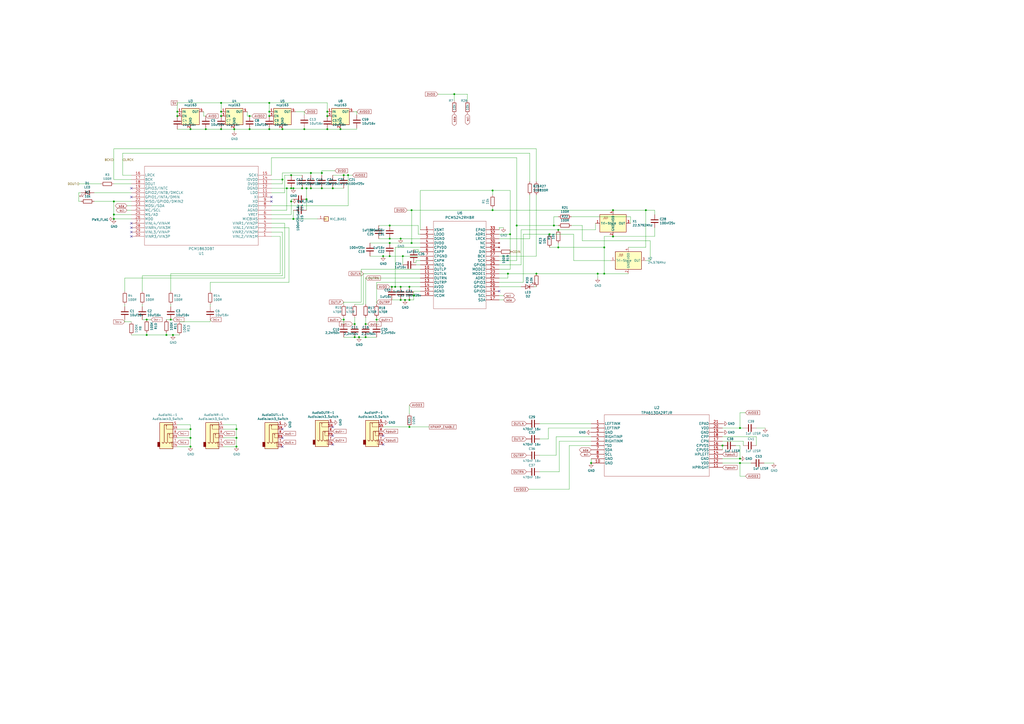
<source format=kicad_sch>
(kicad_sch (version 20211123) (generator eeschema)
  (paper "A2")
  (junction (at 212.09 187.96))
  (junction (at 180.34 109.22))
  (junction (at 285.75 121.92))
  (junction (at 128.27 64.77))
  (junction (at 355.6 137.16))
  (junction (at 429.26 248.285))
  (junction (at 168.91 116.84))
  (junction (at 226.06 130.81))
  (junction (at 177.8 115.57))
  (junction (at 226.06 140.97))
  (junction (at 321.31 130.81))
  (junction (at 166.37 109.22))
  (junction (at 144.78 67.31))
  (junction (at 110.49 74.93))
  (junction (at 199.39 185.42))
  (junction (at 137.16 254))
  (junction (at 186.69 109.22))
  (junction (at 180.34 100.33))
  (junction (at 128.27 74.93))
  (junction (at 156.21 59.69))
  (junction (at 227.33 166.37))
  (junction (at 189.865 74.93))
  (junction (at 119.38 74.93))
  (junction (at 318.77 135.89))
  (junction (at 110.49 254))
  (junction (at 201.93 101.6))
  (junction (at 128.27 59.69))
  (junction (at 175.26 109.22))
  (junction (at 199.39 101.6))
  (junction (at 226.06 138.43))
  (junction (at 323.85 143.51))
  (junction (at 419.1 258.445))
  (junction (at 66.04 116.84))
  (junction (at 85.09 194.31))
  (junction (at 263.525 54.61))
  (junction (at 197.485 74.93))
  (junction (at 229.235 166.37))
  (junction (at 66.04 124.46))
  (junction (at 208.28 195.58))
  (junction (at 226.06 148.59))
  (junction (at 222.25 148.59))
  (junction (at 102.87 64.77))
  (junction (at 311.15 158.75))
  (junction (at 156.21 74.93))
  (junction (at 346.71 158.75))
  (junction (at 205.74 187.96))
  (junction (at 189.865 67.31))
  (junction (at 128.27 67.31))
  (junction (at 110.49 259.08))
  (junction (at 285.75 110.49))
  (junction (at 429.26 268.605))
  (junction (at 168.91 101.6))
  (junction (at 218.44 185.42))
  (junction (at 240.03 171.45))
  (junction (at 96.52 194.31))
  (junction (at 205.74 195.58))
  (junction (at 193.04 109.22))
  (junction (at 100.33 194.31))
  (junction (at 232.41 173.99))
  (junction (at 429.26 266.065))
  (junction (at 144.78 74.93))
  (junction (at 323.85 133.35))
  (junction (at 237.49 173.99))
  (junction (at 294.64 158.75))
  (junction (at 156.21 67.31))
  (junction (at 168.91 109.22))
  (junction (at 189.865 64.77))
  (junction (at 299.72 130.81))
  (junction (at 237.49 247.65))
  (junction (at 170.18 109.22))
  (junction (at 342.9 268.605))
  (junction (at 99.06 185.42))
  (junction (at 350.52 158.75))
  (junction (at 177.8 109.22))
  (junction (at 233.68 148.59))
  (junction (at 66.04 127))
  (junction (at 163.83 74.93))
  (junction (at 137.16 248.92))
  (junction (at 137.16 259.08))
  (junction (at 237.49 166.37))
  (junction (at 238.76 121.92))
  (junction (at 102.87 67.31))
  (junction (at 186.69 100.33))
  (junction (at 176.53 74.93))
  (junction (at 85.09 185.42))
  (junction (at 232.41 166.37))
  (junction (at 355.6 121.92))
  (junction (at 232.41 138.43))
  (junction (at 170.18 127))
  (junction (at 295.91 135.89))
  (junction (at 110.49 248.92))
  (junction (at 234.95 173.99))
  (junction (at 163.83 104.14))
  (junction (at 374.65 121.92))
  (junction (at 135.89 74.93))
  (junction (at 156.21 64.77))
  (junction (at 350.52 143.51))
  (junction (at 212.09 195.58))
  (junction (at 238.76 140.97))
  (no_connect (at 76.2 134.62))
  (no_connect (at 163.83 248.92))
  (no_connect (at 163.83 254))
  (no_connect (at 76.2 129.54))
  (no_connect (at 289.56 168.91))
  (no_connect (at 76.2 137.16))
  (no_connect (at 157.48 114.3))
  (no_connect (at 193.04 247.65))
  (no_connect (at 76.2 109.22))
  (no_connect (at 193.04 252.73))
  (no_connect (at 76.2 114.3))
  (no_connect (at 76.2 132.08))
  (no_connect (at 222.25 252.73))
  (no_connect (at 163.83 259.08))
  (no_connect (at 193.04 257.81))
  (no_connect (at 157.48 116.84))
  (no_connect (at 222.25 257.81))
  (wire (pts (xy 85.09 194.31) (xy 85.09 193.04)))
  (wire (pts (xy 379.73 132.08) (xy 379.73 137.16)))
  (wire (pts (xy 170.18 127) (xy 184.15 127)))
  (wire (pts (xy 212.09 161.29) (xy 243.84 161.29)))
  (wire (pts (xy 285.75 110.49) (xy 295.91 110.49)))
  (wire (pts (xy 45.72 111.76) (xy 45.72 116.84)))
  (wire (pts (xy 377.19 139.7) (xy 337.82 139.7)))
  (wire (pts (xy 227.33 166.37) (xy 229.235 166.37)))
  (wire (pts (xy 238.76 140.97) (xy 243.84 140.97)))
  (wire (pts (xy 271.145 58.42) (xy 271.145 54.61)))
  (wire (pts (xy 307.34 113.03) (xy 307.34 138.43)))
  (wire (pts (xy 229.235 166.37) (xy 232.41 166.37)))
  (wire (pts (xy 219.71 138.43) (xy 226.06 138.43)))
  (wire (pts (xy 205.74 184.15) (xy 205.74 187.96)))
  (wire (pts (xy 212.09 195.58) (xy 218.44 195.58)))
  (wire (pts (xy 45.72 116.84) (xy 46.99 116.84)))
  (wire (pts (xy 232.41 138.43) (xy 243.84 138.43)))
  (wire (pts (xy 285.75 120.65) (xy 285.75 121.92)))
  (wire (pts (xy 102.87 74.93) (xy 110.49 74.93)))
  (wire (pts (xy 324.485 273.685) (xy 324.485 255.905)))
  (wire (pts (xy 168.91 101.6) (xy 175.26 101.6)))
  (wire (pts (xy 170.18 121.92) (xy 170.18 127)))
  (wire (pts (xy 157.48 109.22) (xy 166.37 109.22)))
  (wire (pts (xy 186.69 100.33) (xy 186.69 101.6)))
  (wire (pts (xy 199.39 184.15) (xy 199.39 185.42)))
  (wire (pts (xy 102.87 59.69) (xy 128.27 59.69)))
  (wire (pts (xy 197.485 74.93) (xy 189.865 74.93)))
  (wire (pts (xy 104.14 186.69) (xy 121.92 186.69)))
  (wire (pts (xy 129.54 254) (xy 137.16 254)))
  (wire (pts (xy 66.04 116.84) (xy 66.04 124.46)))
  (wire (pts (xy 199.39 175.26) (xy 199.39 176.53)))
  (wire (pts (xy 299.72 130.81) (xy 321.31 130.81)))
  (wire (pts (xy 165.1 111.76) (xy 165.1 101.6)))
  (wire (pts (xy 438.785 253.365) (xy 438.785 258.445)))
  (wire (pts (xy 85.09 185.42) (xy 87.63 185.42)))
  (wire (pts (xy 143.51 67.31) (xy 144.78 67.31)))
  (wire (pts (xy 241.3 153.67) (xy 243.84 153.67)))
  (wire (pts (xy 419.1 248.285) (xy 429.26 248.285)))
  (wire (pts (xy 99.06 185.42) (xy 100.33 185.42)))
  (wire (pts (xy 128.27 74.93) (xy 135.89 74.93)))
  (wire (pts (xy 71.12 88.9) (xy 307.34 88.9)))
  (wire (pts (xy 241.3 152.4) (xy 241.3 151.13)))
  (wire (pts (xy 229.235 143.51) (xy 229.235 166.37)))
  (wire (pts (xy 199.39 185.42) (xy 199.39 187.96)))
  (wire (pts (xy 419.1 258.445) (xy 419.1 260.985)))
  (wire (pts (xy 289.56 173.99) (xy 292.1 173.99)))
  (wire (pts (xy 419.1 255.905) (xy 431.165 255.905)))
  (wire (pts (xy 157.48 119.38) (xy 201.93 119.38)))
  (wire (pts (xy 102.87 67.31) (xy 102.87 64.77)))
  (wire (pts (xy 163.83 134.62) (xy 157.48 134.62)))
  (wire (pts (xy 237.49 166.37) (xy 232.41 166.37)))
  (wire (pts (xy 76.2 116.84) (xy 66.04 116.84)))
  (wire (pts (xy 102.87 246.38) (xy 110.49 246.38)))
  (wire (pts (xy 240.03 152.4) (xy 241.3 152.4)))
  (wire (pts (xy 241.3 151.13) (xy 243.84 151.13)))
  (wire (pts (xy 289.56 135.89) (xy 295.91 135.89)))
  (wire (pts (xy 332.74 135.89) (xy 332.74 151.13)))
  (wire (pts (xy 207.01 64.77) (xy 207.01 66.675)))
  (wire (pts (xy 242.57 130.81) (xy 242.57 135.89)))
  (wire (pts (xy 318.135 248.285) (xy 342.9 248.285)))
  (wire (pts (xy 167.64 163.83) (xy 167.64 132.08)))
  (wire (pts (xy 99.06 158.75) (xy 162.56 158.75)))
  (wire (pts (xy 299.72 151.13) (xy 299.72 130.81)))
  (wire (pts (xy 72.39 176.53) (xy 72.39 177.8)))
  (wire (pts (xy 234.95 173.99) (xy 232.41 173.99)))
  (wire (pts (xy 100.33 194.31) (xy 96.52 194.31)))
  (wire (pts (xy 82.55 176.53) (xy 82.55 177.8)))
  (wire (pts (xy 157.48 111.76) (xy 165.1 111.76)))
  (wire (pts (xy 210.82 158.75) (xy 210.82 176.53)))
  (wire (pts (xy 180.34 100.33) (xy 186.69 100.33)))
  (wire (pts (xy 429.26 248.285) (xy 431.165 248.285)))
  (wire (pts (xy 302.26 166.37) (xy 289.56 166.37)))
  (wire (pts (xy 128.27 67.31) (xy 128.27 64.77)))
  (wire (pts (xy 229.235 143.51) (xy 243.84 143.51)))
  (wire (pts (xy 324.485 255.905) (xy 342.9 255.905)))
  (wire (pts (xy 243.84 133.35) (xy 243.84 110.49)))
  (wire (pts (xy 208.28 195.58) (xy 212.09 195.58)))
  (wire (pts (xy 82.55 185.42) (xy 85.09 185.42)))
  (wire (pts (xy 299.72 91.44) (xy 299.72 130.81)))
  (wire (pts (xy 321.31 125.73) (xy 323.85 125.73)))
  (wire (pts (xy 135.89 74.93) (xy 144.78 74.93)))
  (wire (pts (xy 222.25 148.59) (xy 226.06 148.59)))
  (wire (pts (xy 180.34 109.22) (xy 177.8 109.22)))
  (wire (pts (xy 110.49 74.93) (xy 119.38 74.93)))
  (wire (pts (xy 243.84 166.37) (xy 237.49 166.37)))
  (wire (pts (xy 313.055 254.635) (xy 318.135 254.635)))
  (wire (pts (xy 210.82 176.53) (xy 205.74 176.53)))
  (wire (pts (xy 66.04 127) (xy 66.04 124.46)))
  (wire (pts (xy 143.51 64.77) (xy 143.51 67.31)))
  (wire (pts (xy 193.04 101.6) (xy 199.39 101.6)))
  (wire (pts (xy 254 54.61) (xy 263.525 54.61)))
  (wire (pts (xy 342.9 266.065) (xy 342.9 268.605)))
  (wire (pts (xy 157.48 121.92) (xy 166.37 121.92)))
  (wire (pts (xy 177.8 115.57) (xy 177.8 109.22)))
  (wire (pts (xy 137.16 259.08) (xy 129.54 259.08)))
  (wire (pts (xy 355.6 137.16) (xy 350.52 137.16)))
  (wire (pts (xy 137.16 246.38) (xy 137.16 248.92)))
  (wire (pts (xy 157.48 127) (xy 170.18 127)))
  (wire (pts (xy 285.75 113.03) (xy 285.75 110.49)))
  (wire (pts (xy 237.49 247.65) (xy 248.92 247.65)))
  (wire (pts (xy 350.52 143.51) (xy 350.52 158.75)))
  (wire (pts (xy 162.56 137.16) (xy 157.48 137.16)))
  (wire (pts (xy 96.52 194.31) (xy 96.52 193.04)))
  (wire (pts (xy 318.135 254.635) (xy 318.135 248.285)))
  (wire (pts (xy 54.61 111.76) (xy 76.2 111.76)))
  (wire (pts (xy 419.1 266.065) (xy 429.26 266.065)))
  (wire (pts (xy 218.44 184.15) (xy 218.44 185.42)))
  (wire (pts (xy 345.44 133.35) (xy 345.44 129.54)))
  (wire (pts (xy 302.26 153.67) (xy 302.26 133.35)))
  (wire (pts (xy 289.56 148.59) (xy 311.15 148.59)))
  (wire (pts (xy 165.1 101.6) (xy 168.91 101.6)))
  (wire (pts (xy 73.66 119.38) (xy 76.2 119.38)))
  (wire (pts (xy 121.92 186.69) (xy 121.92 185.42)))
  (wire (pts (xy 289.56 161.29) (xy 294.64 161.29)))
  (wire (pts (xy 243.84 168.91) (xy 240.03 168.91)))
  (wire (pts (xy 129.54 248.92) (xy 137.16 248.92)))
  (wire (pts (xy 168.91 109.22) (xy 170.18 109.22)))
  (wire (pts (xy 214.63 148.59) (xy 222.25 148.59)))
  (wire (pts (xy 330.2 258.445) (xy 342.9 258.445)))
  (wire (pts (xy 313.055 273.685) (xy 324.485 273.685)))
  (wire (pts (xy 323.85 140.97) (xy 323.85 143.51)))
  (wire (pts (xy 346.71 158.75) (xy 346.71 161.29)))
  (wire (pts (xy 322.58 264.16) (xy 322.58 253.365)))
  (wire (pts (xy 128.27 64.77) (xy 128.27 59.69)))
  (wire (pts (xy 313.055 264.16) (xy 322.58 264.16)))
  (wire (pts (xy 311.15 105.41) (xy 311.15 86.36)))
  (wire (pts (xy 337.82 130.81) (xy 331.47 130.81)))
  (wire (pts (xy 99.06 168.91) (xy 99.06 158.75)))
  (wire (pts (xy 323.85 133.35) (xy 345.44 133.35)))
  (wire (pts (xy 168.91 124.46) (xy 157.48 124.46)))
  (wire (pts (xy 331.47 125.73) (xy 365.76 125.73)))
  (wire (pts (xy 193.04 109.22) (xy 199.39 109.22)))
  (wire (pts (xy 71.12 101.6) (xy 71.12 88.9)))
  (wire (pts (xy 303.53 135.89) (xy 303.53 163.83)))
  (wire (pts (xy 110.49 248.92) (xy 110.49 254)))
  (wire (pts (xy 377.19 151.13) (xy 377.19 139.7)))
  (wire (pts (xy 374.65 143.51) (xy 364.49 143.51)))
  (wire (pts (xy 350.52 137.16) (xy 350.52 143.51)))
  (wire (pts (xy 104.14 194.31) (xy 100.33 194.31)))
  (wire (pts (xy 205.105 64.77) (xy 207.01 64.77)))
  (wire (pts (xy 207.01 74.93) (xy 197.485 74.93)))
  (wire (pts (xy 419.1 253.365) (xy 438.785 253.365)))
  (wire (pts (xy 337.82 139.7) (xy 337.82 130.81)))
  (wire (pts (xy 102.87 254) (xy 110.49 254)))
  (wire (pts (xy 212.09 184.15) (xy 212.09 187.96)))
  (wire (pts (xy 186.69 99.06) (xy 186.69 100.33)))
  (wire (pts (xy 226.06 148.59) (xy 233.68 148.59)))
  (wire (pts (xy 238.76 121.92) (xy 285.75 121.92)))
  (wire (pts (xy 76.2 106.68) (xy 66.04 106.68)))
  (wire (pts (xy 66.04 104.14) (xy 76.2 104.14)))
  (wire (pts (xy 156.21 59.69) (xy 189.865 59.69)))
  (wire (pts (xy 180.34 101.6) (xy 180.34 100.33)))
  (wire (pts (xy 157.48 104.14) (xy 163.83 104.14)))
  (wire (pts (xy 438.785 248.285) (xy 443.865 248.285)))
  (wire (pts (xy 289.56 158.75) (xy 294.64 158.75)))
  (wire (pts (xy 99.06 176.53) (xy 99.06 177.8)))
  (wire (pts (xy 419.1 268.605) (xy 429.26 268.605)))
  (wire (pts (xy 431.165 255.905) (xy 431.165 258.445)))
  (wire (pts (xy 73.66 121.92) (xy 76.2 121.92)))
  (wire (pts (xy 379.73 124.46) (xy 379.73 121.92)))
  (wire (pts (xy 144.78 67.31) (xy 146.05 67.31)))
  (wire (pts (xy 102.87 248.92) (xy 110.49 248.92)))
  (wire (pts (xy 137.16 248.92) (xy 137.16 254)))
  (wire (pts (xy 214.63 140.97) (xy 226.06 140.97)))
  (wire (pts (xy 432.435 239.395) (xy 429.26 239.395)))
  (wire (pts (xy 364.49 158.75) (xy 350.52 158.75)))
  (wire (pts (xy 110.49 259.08) (xy 102.87 259.08)))
  (wire (pts (xy 129.54 246.38) (xy 137.16 246.38)))
  (wire (pts (xy 176.53 64.77) (xy 176.53 66.675)))
  (wire (pts (xy 226.06 140.97) (xy 238.76 140.97)))
  (wire (pts (xy 306.705 283.845) (xy 330.2 283.845)))
  (wire (pts (xy 307.34 138.43) (xy 289.56 138.43)))
  (wire (pts (xy 307.34 88.9) (xy 307.34 105.41)))
  (wire (pts (xy 76.2 124.46) (xy 66.04 124.46)))
  (wire (pts (xy 66.04 86.36) (xy 66.04 104.14)))
  (wire (pts (xy 121.92 163.83) (xy 167.64 163.83)))
  (wire (pts (xy 128.27 59.69) (xy 156.21 59.69)))
  (wire (pts (xy 289.56 153.67) (xy 302.26 153.67)))
  (wire (pts (xy 303.53 135.89) (xy 318.77 135.89)))
  (wire (pts (xy 189.865 59.69) (xy 189.865 64.77)))
  (wire (pts (xy 156.21 59.69) (xy 156.21 64.77)))
  (wire (pts (xy 119.38 74.93) (xy 128.27 74.93)))
  (wire (pts (xy 82.55 160.02) (xy 163.83 160.02)))
  (wire (pts (xy 379.73 121.92) (xy 374.65 121.92)))
  (wire (pts (xy 118.11 67.31) (xy 119.38 67.31)))
  (wire (pts (xy 237.49 240.03) (xy 237.49 234.95)))
  (wire (pts (xy 76.2 194.31) (xy 85.09 194.31)))
  (wire (pts (xy 180.34 109.22) (xy 186.69 109.22)))
  (wire (pts (xy 137.16 254) (xy 137.16 259.08)))
  (wire (pts (xy 175.26 109.22) (xy 170.18 109.22)))
  (wire (pts (xy 209.55 156.21) (xy 209.55 175.26)))
  (wire (pts (xy 189.865 64.77) (xy 189.865 67.31)))
  (wire (pts (xy 313.055 245.745) (xy 342.9 245.745)))
  (wire (pts (xy 110.49 246.38) (xy 110.49 248.92)))
  (wire (pts (xy 166.37 109.22) (xy 168.91 109.22)))
  (wire (pts (xy 135.89 76.2) (xy 135.89 74.93)))
  (wire (pts (xy 201.93 101.6) (xy 199.39 101.6)))
  (wire (pts (xy 144.78 74.93) (xy 156.21 74.93)))
  (wire (pts (xy 295.91 135.89) (xy 295.91 156.21)))
  (wire (pts (xy 163.83 104.14) (xy 163.83 106.68)))
  (wire (pts (xy 85.09 194.31) (xy 96.52 194.31)))
  (wire (pts (xy 157.48 101.6) (xy 157.48 91.44)))
  (wire (pts (xy 323.85 143.51) (xy 350.52 143.51)))
  (wire (pts (xy 121.92 176.53) (xy 121.92 177.8)))
  (wire (pts (xy 289.56 171.45) (xy 292.1 171.45)))
  (wire (pts (xy 289.56 132.08) (xy 292.1 132.08)))
  (wire (pts (xy 302.26 133.35) (xy 323.85 133.35)))
  (wire (pts (xy 242.57 146.05) (xy 243.84 146.05)))
  (wire (pts (xy 76.2 101.6) (xy 71.12 101.6)))
  (wire (pts (xy 222.25 247.65) (xy 237.49 247.65)))
  (wire (pts (xy 198.12 185.42) (xy 199.39 185.42)))
  (wire (pts (xy 243.84 163.83) (xy 218.44 163.83)))
  (wire (pts (xy 177.8 121.92) (xy 177.8 115.57)))
  (wire (pts (xy 156.21 64.77) (xy 156.21 67.31)))
  (wire (pts (xy 194.31 99.06) (xy 186.69 99.06)))
  (wire (pts (xy 289.56 156.21) (xy 295.91 156.21)))
  (wire (pts (xy 379.73 137.16) (xy 355.6 137.16)))
  (wire (pts (xy 318.77 143.51) (xy 323.85 143.51)))
  (wire (pts (xy 226.06 166.37) (xy 227.33 166.37)))
  (wire (pts (xy 212.09 176.53) (xy 212.09 161.29)))
  (wire (pts (xy 76.2 127) (xy 66.04 127)))
  (wire (pts (xy 177.8 109.22) (xy 175.26 109.22)))
  (wire (pts (xy 162.56 158.75) (xy 162.56 137.16)))
  (wire (pts (xy 240.03 173.99) (xy 237.49 173.99)))
  (wire (pts (xy 237.49 173.99) (xy 234.95 173.99)))
  (wire (pts (xy 168.91 115.57) (xy 168.91 116.84)))
  (wire (pts (xy 432.435 276.225) (xy 429.26 276.225)))
  (wire (pts (xy 346.71 158.75) (xy 350.52 158.75)))
  (wire (pts (xy 243.84 158.75) (xy 210.82 158.75)))
  (wire (pts (xy 72.39 186.69) (xy 76.2 186.69)))
  (wire (pts (xy 189.865 74.93) (xy 176.53 74.93)))
  (wire (pts (xy 318.77 135.89) (xy 332.74 135.89)))
  (wire (pts (xy 199.39 195.58) (xy 205.74 195.58)))
  (wire (pts (xy 186.69 109.22) (xy 193.04 109.22)))
  (wire (pts (xy 156.21 74.93) (xy 163.83 74.93)))
  (wire (pts (xy 330.2 258.445) (xy 330.2 283.845)))
  (wire (pts (xy 204.47 187.96) (xy 205.74 187.96)))
  (wire (pts (xy 163.83 106.68) (xy 157.48 106.68)))
  (wire (pts (xy 167.64 132.08) (xy 157.48 132.08)))
  (wire (pts (xy 166.37 121.92) (xy 166.37 109.22)))
  (wire (pts (xy 165.1 129.54) (xy 165.1 161.29)))
  (wire (pts (xy 236.22 121.92) (xy 238.76 121.92)))
  (wire (pts (xy 163.83 160.02) (xy 163.83 134.62)))
  (wire (pts (xy 243.84 156.21) (xy 209.55 156.21)))
  (wire (pts (xy 66.04 86.36) (xy 311.15 86.36)))
  (wire (pts (xy 58.42 106.68) (xy 45.72 106.68)))
  (wire (pts (xy 263.525 54.61) (xy 263.525 58.42)))
  (wire (pts (xy 213.36 187.96) (xy 212.09 187.96)))
  (wire (pts (xy 322.58 253.365) (xy 342.9 253.365)))
  (wire (pts (xy 170.18 115.57) (xy 168.91 115.57)))
  (wire (pts (xy 157.48 91.44) (xy 299.72 91.44)))
  (wire (pts (xy 240.03 171.45) (xy 240.03 173.99)))
  (wire (pts (xy 110.49 254) (xy 110.49 259.08)))
  (wire (pts (xy 289.56 151.13) (xy 299.72 151.13)))
  (wire (pts (xy 429.26 268.605) (xy 435.61 268.605)))
  (wire (pts (xy 323.85 130.81) (xy 321.31 130.81)))
  (wire (pts (xy 226.06 130.81) (xy 242.57 130.81)))
  (wire (pts (xy 295.91 110.49) (xy 295.91 135.89)))
  (wire (pts (xy 219.71 185.42) (xy 218.44 185.42)))
  (wire (pts (xy 72.39 161.29) (xy 72.39 168.91)))
  (wire (pts (xy 233.68 153.67) (xy 233.68 148.59)))
  (wire (pts (xy 180.34 100.33) (xy 163.83 100.33)))
  (wire (pts (xy 374.65 151.13) (xy 377.19 151.13)))
  (wire (pts (xy 271.145 54.61) (xy 263.525 54.61)))
  (wire (pts (xy 285.75 121.92) (xy 355.6 121.92)))
  (wire (pts (xy 163.83 100.33) (xy 163.83 104.14)))
  (wire (pts (xy 429.26 239.395) (xy 429.26 248.285)))
  (wire (pts (xy 121.92 168.91) (xy 121.92 163.83)))
  (wire (pts (xy 207.01 74.295) (xy 207.01 74.93)))
  (wire (pts (xy 218.44 163.83) (xy 218.44 176.53)))
  (wire (pts (xy 311.15 158.75) (xy 346.71 158.75)))
  (wire (pts (xy 289.56 133.35) (xy 289.56 132.08)))
  (wire (pts (xy 243.84 110.49) (xy 285.75 110.49)))
  (wire (pts (xy 205.74 195.58) (xy 208.28 195.58)))
  (wire (pts (xy 233.68 148.59) (xy 243.84 148.59)))
  (wire (pts (xy 227.33 173.99) (xy 232.41 173.99)))
  (wire (pts (xy 374.65 121.92) (xy 374.65 143.51)))
  (wire (pts (xy 96.52 185.42) (xy 99.06 185.42)))
  (wire (pts (xy 311.15 113.03) (xy 311.15 148.59)))
  (wire (pts (xy 243.84 135.89) (xy 242.57 135.89)))
  (wire (pts (xy 289.56 163.83) (xy 303.53 163.83)))
  (wire (pts (xy 163.83 74.93) (xy 176.53 74.93)))
  (wire (pts (xy 157.48 129.54) (xy 165.1 129.54)))
  (wire (pts (xy 102.87 64.77) (xy 102.87 59.69)))
  (wire (pts (xy 72.39 185.42) (xy 72.39 186.69)))
  (wire (pts (xy 204.47 101.6) (xy 201.93 101.6)))
  (wire (pts (xy 118.11 64.77) (xy 118.11 67.31)))
  (wire (pts (xy 201.93 101.6) (xy 201.93 119.38)))
  (wire (pts (xy 168.91 116.84) (xy 168.91 124.46)))
  (wire (pts (xy 226.06 138.43) (xy 232.41 138.43)))
  (wire (pts (xy 82.55 168.91) (xy 82.55 160.02)))
  (wire (pts (xy 429.26 276.225) (xy 429.26 268.605)))
  (wire (pts (xy 238.76 121.92) (xy 238.76 140.97)))
  (wire (pts (xy 165.1 161.29) (xy 72.39 161.29)))
  (wire (pts (xy 294.64 161.29) (xy 294.64 158.75)))
  (wire (pts (xy 240.03 144.78) (xy 242.57 144.78)))
  (wire (pts (xy 426.72 258.445) (xy 429.26 258.445)))
  (wire (pts (xy 332.74 151.13) (xy 354.33 151.13)))
  (wire (pts (xy 218.44 185.42) (xy 218.44 187.96)))
  (wire (pts (xy 311.15 166.37) (xy 309.88 166.37)))
  (wire (pts (xy 321.31 130.81) (xy 321.31 125.73)))
  (wire (pts (xy 355.6 121.92) (xy 374.65 121.92)))
  (wire (pts (xy 171.45 64.77) (xy 176.53 64.77)))
  (wire (pts (xy 209.55 175.26) (xy 199.39 175.26)))
  (wire (pts (xy 429.26 258.445) (xy 429.26 266.065)))
  (wire (pts (xy 219.71 130.81) (xy 226.06 130.81)))
  (wire (pts (xy 294.64 158.75) (xy 311.15 158.75)))
  (wire (pts (xy 54.61 116.84) (xy 66.04 116.84)))
  (wire (pts (xy 46.99 111.76) (xy 45.72 111.76)))
  (wire (pts (xy 243.84 171.45) (xy 240.03 171.45)))
  (wire (pts (xy 176.53 74.295) (xy 176.53 74.93)))
  (wire (pts (xy 443.23 268.605) (xy 448.945 268.605)))
  (wire (pts (xy 240.03 168.91) (xy 240.03 171.45)))
  (wire (pts (xy 242.57 144.78) (xy 242.57 146.05)))
  (wire (pts (xy 365.76 125.73) (xy 365.76 129.54)))
  (global_label "outl+" (shape input) (at 163.83 256.54 0) (property "Referencias entre hojas" "${INTERSHEET_REFS}" (effects hide)))
  (global_label "outl-" (shape input) (at 204.47 187.96 180) (property "Referencias entre hojas" "${INTERSHEET_REFS}" (effects hide)))
  (global_label "outr-" (shape input) (at 193.04 250.19 0) (property "Referencias entre hojas" "${INTERSHEET_REFS}" (effects hide)))
  (global_label "inl-" (shape input) (at 100.33 185.42 0) (property "Referencias entre hojas" "${INTERSHEET_REFS}" (effects hide)))
  (global_label "outl-" (shape input) (at 163.83 251.46 0) (property "Referencias entre hojas" "${INTERSHEET_REFS}" (effects hide)))
  (global_label "OUTRN" (shape input) (at 305.435 273.685 180) (property "Referencias entre hojas" "${INTERSHEET_REFS}" (effects hide)))
  (global_label "AVDD" (shape input) (at 226.06 166.37 180) (property "Referencias entre hojas" "${INTERSHEET_REFS}" (effects hide)))
  (global_label "sda" (shape bidirectional) (at 342.9 260.985 180) (property "Referencias entre hojas" "${INTERSHEET_REFS}" (effects hide)))
  (global_label "AVDD2" (shape input) (at 204.47 101.6 0) (property "Referencias entre hojas" "${INTERSHEET_REFS}" (effects hide)))
  (global_label "DVDD" (shape input) (at 254 54.61 180) (property "Referencias entre hojas" "${INTERSHEET_REFS}" (effects hide)))
  (global_label "OUTLN" (shape input) (at 305.435 245.745 180) (property "Referencias entre hojas" "${INTERSHEET_REFS}" (effects hide)))
  (global_label "scl" (shape bidirectional) (at 292.1 171.45 0) (property "Referencias entre hojas" "${INTERSHEET_REFS}" (effects hide)))
  (global_label "OUTLP" (shape input) (at 305.435 254.635 180) (property "Referencias entre hojas" "${INTERSHEET_REFS}" (effects hide)))
  (global_label "OUTLP" (shape input) (at 199.39 175.26 180) (property "Referencias entre hojas" "${INTERSHEET_REFS}" (effects hide)))
  (global_label "AVDD3" (shape input) (at 432.435 276.225 0) (property "Referencias entre hojas" "${INTERSHEET_REFS}" (effects hide)))
  (global_label "hpoutl" (shape input) (at 222.25 255.27 0) (property "Referencias entre hojas" "${INTERSHEET_REFS}" (effects hide)))
  (global_label "AVDD3" (shape input) (at 237.49 234.95 0) (property "Referencias entre hojas" "${INTERSHEET_REFS}" (effects hide)))
  (global_label "AVDD3" (shape input) (at 207.01 64.77 0) (property "Referencias entre hojas" "${INTERSHEET_REFS}" (effects hide)))
  (global_label "5V" (shape passive) (at 102.87 59.69 180) (property "Referencias entre hojas" "${INTERSHEET_REFS}" (effects hide)))
  (global_label "hpoutl" (shape input) (at 419.1 263.525 0) (property "Referencias entre hojas" "${INTERSHEET_REFS}" (effects hide)))
  (global_label "outr+" (shape input) (at 219.71 185.42 0) (property "Referencias entre hojas" "${INTERSHEET_REFS}" (effects hide)))
  (global_label "hpoutr" (shape input) (at 419.1 271.145 0) (property "Referencias entre hojas" "${INTERSHEET_REFS}" (effects hide)))
  (global_label "scl" (shape bidirectional) (at 271.145 66.04 270) (property "Referencias entre hojas" "${INTERSHEET_REFS}" (effects hide)))
  (global_label "sda" (shape bidirectional) (at 263.525 66.04 270) (property "Referencias entre hojas" "${INTERSHEET_REFS}" (effects hide)))
  (global_label "AVDD3" (shape input) (at 432.435 239.395 0) (property "Referencias entre hojas" "${INTERSHEET_REFS}" (effects hide)))
  (global_label "outr-" (shape input) (at 213.36 187.96 0) (property "Referencias entre hojas" "${INTERSHEET_REFS}" (effects hide)))
  (global_label "inl+" (shape input) (at 121.92 185.42 0) (property "Referencias entre hojas" "${INTERSHEET_REFS}" (effects hide)))
  (global_label "inr+" (shape input) (at 72.39 186.69 180) (property "Referencias entre hojas" "${INTERSHEET_REFS}" (effects hide)))
  (global_label "AVDD2" (shape input) (at 146.05 67.31 0) (property "Referencias entre hojas" "${INTERSHEET_REFS}" (effects hide)))
  (global_label "inr-" (shape input) (at 87.63 185.42 0) (property "Referencias entre hojas" "${INTERSHEET_REFS}" (effects hide)))
  (global_label "inr-" (shape input) (at 129.54 251.46 0) (property "Referencias entre hojas" "${INTERSHEET_REFS}" (effects hide)))
  (global_label "OUTRP" (shape input) (at 305.435 264.16 180) (property "Referencias entre hojas" "${INTERSHEET_REFS}" (effects hide)))
  (global_label "hpoutr" (shape input) (at 222.25 250.19 0) (property "Referencias entre hojas" "${INTERSHEET_REFS}" (effects hide)))
  (global_label "DVDD" (shape input) (at 236.22 121.92 180) (property "Referencias entre hojas" "${INTERSHEET_REFS}" (effects hide)))
  (global_label "sda" (shape bidirectional) (at 73.66 119.38 180) (property "Referencias entre hojas" "${INTERSHEET_REFS}" (effects hide)))
  (global_label "inl-" (shape input) (at 102.87 251.46 0) (property "Referencias entre hojas" "${INTERSHEET_REFS}" (effects hide)))
  (global_label "inr+" (shape input) (at 129.54 256.54 0) (property "Referencias entre hojas" "${INTERSHEET_REFS}" (effects hide)))
  (global_label "OUTRP" (shape input) (at 218.44 175.26 0) (property "Referencias entre hojas" "${INTERSHEET_REFS}" (effects hide)))
  (global_label "AVDD" (shape input) (at 119.38 67.31 0) (property "Referencias entre hojas" "${INTERSHEET_REFS}" (effects hide)))
  (global_label "DVDD" (shape input) (at 194.31 99.06 0) (property "Referencias entre hojas" "${INTERSHEET_REFS}" (effects hide)))
  (global_label "sda" (shape bidirectional) (at 292.1 173.99 0) (property "Referencias entre hojas" "${INTERSHEET_REFS}" (effects hide)))
  (global_label "HPAMP_ENABLE" (shape passive) (at 248.92 247.65 0) (property "Referencias entre hojas" "${INTERSHEET_REFS}" (effects hide)))
  (global_label "scl" (shape bidirectional) (at 342.9 263.525 180) (property "Referencias entre hojas" "${INTERSHEET_REFS}" (effects hide)))
  (global_label "inl+" (shape input) (at 102.87 256.54 0) (property "Referencias entre hojas" "${INTERSHEET_REFS}" (effects hide)))
  (global_label "outr+" (shape input) (at 193.04 255.27 0) (property "Referencias entre hojas" "${INTERSHEET_REFS}" (effects hide)))
  (global_label "scl" (shape bidirectional) (at 73.66 121.92 180) (property "Referencias entre hojas" "${INTERSHEET_REFS}" (effects hide)))
  (global_label "OUTLN" (shape input) (at 210.82 158.75 180) (property "Referencias entre hojas" "${INTERSHEET_REFS}" (effects hide)))
  (global_label "AVDD3" (shape input) (at 306.705 283.845 180) (property "Referencias entre hojas" "${INTERSHEET_REFS}" (effects hide)))
  (global_label "outl+" (shape input) (at 198.12 185.42 180) (property "Referencias entre hojas" "${INTERSHEET_REFS}" (effects hide)))
  (global_label "OUTRN" (shape input) (at 212.09 161.29 0) (property "Referencias entre hojas" "${INTERSHEET_REFS}" (effects hide)))
  (global_label "DVDD" (shape input) (at 176.53 64.77 0) (property "Referencias entre hojas" "${INTERSHEET_REFS}" (effects hide)))
  (hierarchical_label "DIN" (shape input) (at 297.18 146.05 0))
  (hierarchical_label "DOUT" (shape output) (at 45.72 106.68 180))
  (hierarchical_label "BCK" (shape input) (at 66.04 92.71 180))
  (hierarchical_label "LRCK" (shape input) (at 71.12 92.71 0))
  (symbol (lib_id "pcm1863:PCM1863DBT") (at 157.48 137.16 180) (unit 1)
    (property "Reference" "U1" (at 116.84 146.9898 0) (effects (font (size 1.524 1.524))))
    (property "Value" "PCM1863DBT" (at 116.84 144.2974 0) (effects (font (size 1.524 1.524))))
    (property "Footprint" "Z2:PCM1863DBT" (effects hide))
  )
  (symbol (lib_id "power:GND") (at 170.18 109.22 0) (unit 1)
    (property "Reference" "#PWR0101" (effects hide))
    (property "Value" "GND" (at 170.307 113.6142 0))
  )
  (symbol (lib_id "power:GND") (at 346.71 161.29 0) (unit 1)
    (property "Reference" "#PWR0103" (effects hide))
    (property "Value" "GND" (at 346.837 165.6842 0))
  )
  (symbol (lib_id "Device:R") (at 285.75 116.84 0) (unit 1)
    (property "Reference" "R1" (at 280.4922 116.84 90))
    (property "Value" "10k" (at 282.8036 116.84 90))
    (property "Footprint" "Resistor_SMD:R_0402_1005Metric" (effects hide))
  )
  (symbol (lib_id "Z2_rbpi4-rescue:ASCO-Oscillator") (at 364.49 151.13 0) (unit 1)
    (property "Reference" "X2" (at 375.7676 149.9616 0) (effects (justify left)))
    (property "Value" "24.576Mhz" (at 375.7676 152.273 0) (effects (justify left)))
    (property "Footprint" "Oscillator:Oscillator_SMD_Abracon_ASDMB-4Pin_2.5x2.0mm" (effects hide))
    (property "Datasheet" "https://abracon.com/Oscillators/ASCO.pdf" (effects hide))
  )
  (symbol (lib_id "Z2_rbpi4-rescue:ASCO-Oscillator") (at 355.6 129.54 0) (unit 1)
    (property "Reference" "X1" (at 366.8776 128.3716 0) (effects (justify left)))
    (property "Value" "22.5792Mhz" (at 366.8776 130.683 0) (effects (justify left)))
    (property "Footprint" "Oscillator:Oscillator_SMD_Abracon_ASDMB-4Pin_2.5x2.0mm" (effects hide))
    (property "Datasheet" "https://abracon.com/Oscillators/ASCO.pdf" (effects hide))
  )
  (symbol (lib_id "Device:R") (at 307.34 109.22 0) (unit 1)
    (property "Reference" "R25" (at 309.118 108.0516 0) (effects (justify left)))
    (property "Value" "100R" (at 309.118 110.363 0) (effects (justify left)))
    (property "Footprint" "Resistor_SMD:R_0603_1608Metric" (effects hide))
  )
  (symbol (lib_id "Device:R") (at 311.15 109.22 0) (unit 1)
    (property "Reference" "R27" (at 312.928 108.0516 0) (effects (justify left)))
    (property "Value" "100R" (at 312.928 110.363 0) (effects (justify left)))
    (property "Footprint" "Resistor_SMD:R_0603_1608Metric" (effects hide))
  )
  (symbol (lib_id "Device:LED") (at 50.8 111.76 0) (unit 1)
    (property "Reference" "D1" (at 50.6222 106.2736 0))
    (property "Value" "LED" (at 50.6222 108.585 0))
    (property "Footprint" "Z2:led_0806" (effects hide))
  )
  (symbol (lib_id "Device:R") (at 50.8 116.84 270) (unit 1)
    (property "Reference" "R2" (at 50.8 111.5822 90))
    (property "Value" "10k" (at 50.8 113.8936 90))
    (property "Footprint" "Resistor_SMD:R_0402_1005Metric" (effects hide))
  )
  (symbol (lib_id "Device:C") (at 72.39 181.61 0) (unit 1)
    (property "Reference" "C1" (at 75.311 180.4416 0) (effects (justify left)))
    (property "Value" "10uf16v" (at 75.311 182.753 0) (effects (justify left)))
    (property "Footprint" "Capacitor_SMD:C_0805_2012Metric" (effects hide))
  )
  (symbol (lib_id "PCM5242:PCM5242RHBR") (at 243.84 133.35 0) (unit 1)
    (property "Reference" "U6" (at 266.7 123.5202 0) (effects (font (size 1.524 1.524))))
    (property "Value" "PCM5242RHBR" (at 266.7 126.2126 0) (effects (font (size 1.524 1.524))))
    (property "Footprint" "Z2:PCM5242RHBR" (effects hide))
  )
  (symbol (lib_id "Device:R") (at 85.09 189.23 180) (unit 1)
    (property "Reference" "R10" (at 90.3478 189.23 90))
    (property "Value" "100K" (at 88.0364 189.23 90))
    (property "Footprint" "Resistor_SMD:R_0402_1005Metric" (effects hide))
  )
  (symbol (lib_id "Device:R") (at 327.66 125.73 270) (unit 1)
    (property "Reference" "R21" (at 327.66 120.4722 90))
    (property "Value" "100R" (at 327.66 122.7836 90))
    (property "Footprint" "Resistor_SMD:R_0603_1608Metric" (effects hide))
  )
  (symbol (lib_id "Device:R") (at 327.66 130.81 270) (unit 1)
    (property "Reference" "R22" (at 327.66 125.5522 90))
    (property "Value" "100R" (at 327.66 127.8636 90))
    (property "Footprint" "Resistor_SMD:R_0603_1608Metric" (effects hide))
  )
  (symbol (lib_id "Device:R") (at 96.52 189.23 180) (unit 1)
    (property "Reference" "R11" (at 101.7778 189.23 90))
    (property "Value" "100K" (at 99.4664 189.23 90))
    (property "Footprint" "Resistor_SMD:R_0402_1005Metric" (effects hide))
  )
  (symbol (lib_id "Device:R") (at 76.2 190.5 180) (unit 1)
    (property "Reference" "R8" (at 81.4578 190.5 90))
    (property "Value" "100K" (at 79.1464 190.5 90))
    (property "Footprint" "Resistor_SMD:R_0402_1005Metric" (effects hide))
  )
  (symbol (lib_id "Device:R") (at 104.14 190.5 180) (unit 1)
    (property "Reference" "R13" (at 109.3978 190.5 90))
    (property "Value" "100K" (at 107.0864 190.5 90))
    (property "Footprint" "Resistor_SMD:R_0402_1005Metric" (effects hide))
  )
  (symbol (lib_id "Device:R") (at 62.23 106.68 270) (unit 1)
    (property "Reference" "R3" (at 62.23 101.4222 90))
    (property "Value" "100R" (at 62.23 103.7336 90))
    (property "Footprint" "Resistor_SMD:R_0603_1608Metric" (effects hide))
  )
  (symbol (lib_id "Device:R") (at 72.39 172.72 0) (unit 1)
    (property "Reference" "R4" (at 74.168 171.5516 0) (effects (justify left)))
    (property "Value" "100R" (at 74.168 173.863 0) (effects (justify left)))
    (property "Footprint" "Resistor_SMD:R_0603_1608Metric" (effects hide))
  )
  (symbol (lib_id "Device:R") (at 82.55 172.72 0) (unit 1)
    (property "Reference" "R9" (at 84.328 171.5516 0) (effects (justify left)))
    (property "Value" "100R" (at 84.328 173.863 0) (effects (justify left)))
    (property "Footprint" "Resistor_SMD:R_0603_1608Metric" (effects hide))
  )
  (symbol (lib_id "Device:R") (at 99.06 172.72 0) (unit 1)
    (property "Reference" "R12" (at 100.838 171.5516 0) (effects (justify left)))
    (property "Value" "100R" (at 100.838 173.863 0) (effects (justify left)))
    (property "Footprint" "Resistor_SMD:R_0603_1608Metric" (effects hide))
  )
  (symbol (lib_id "Device:R") (at 121.92 172.72 0) (unit 1)
    (property "Reference" "R14" (at 123.698 171.5516 0) (effects (justify left)))
    (property "Value" "100R" (at 123.698 173.863 0) (effects (justify left)))
    (property "Footprint" "Resistor_SMD:R_0603_1608Metric" (effects hide))
  )
  (symbol (lib_id "Device:C") (at 173.99 121.92 270) (unit 1)
    (property "Reference" "C15" (at 175.1584 124.841 0) (effects (justify left)))
    (property "Value" "100nf25v" (at 172.847 124.841 0) (effects (justify left)))
    (property "Footprint" "Capacitor_SMD:C_0402_1005Metric" (effects hide))
  )
  (symbol (lib_id "Device:C") (at 173.99 115.57 270) (unit 1)
    (property "Reference" "C14" (at 175.1584 118.491 0) (effects (justify left)))
    (property "Value" "1uf16v" (at 172.847 118.491 0) (effects (justify left)))
    (property "Footprint" "Capacitor_SMD:C_0603_1608Metric" (effects hide))
  )
  (symbol (lib_id "power:GND") (at 100.33 194.31 0) (unit 1)
    (property "Reference" "#PWR0105" (effects hide))
    (property "Value" "GND" (at 100.457 198.7042 0))
  )
  (symbol (lib_id "Device:R") (at 218.44 180.34 0) (unit 1)
    (property "Reference" "R18" (at 219.71 178.6636 0) (effects (justify left)))
    (property "Value" "470R" (at 219.71 180.975 0) (effects (justify left)))
    (property "Footprint" "Resistor_SMD:R_0402_1005Metric" (effects hide))
  )
  (symbol (lib_id "Device:C") (at 218.44 191.77 0) (unit 1)
    (property "Reference" "C20" (at 220.98 191.135 0) (effects (justify left)))
    (property "Value" "2,2nf50v" (at 220.98 193.04 0) (effects (justify left)))
    (property "Footprint" "Capacitor_SMD:C_0402_1005Metric" (effects hide))
  )
  (symbol (lib_id "Device:R") (at 212.09 180.34 0) (unit 1)
    (property "Reference" "R17" (at 213.36 178.6636 0) (effects (justify left)))
    (property "Value" "470R" (at 213.36 180.975 0) (effects (justify left)))
    (property "Footprint" "Resistor_SMD:R_0402_1005Metric" (effects hide))
  )
  (symbol (lib_id "Device:R") (at 205.74 180.34 0) (unit 1)
    (property "Reference" "R16" (at 200.66 178.6636 0) (effects (justify left)))
    (property "Value" "470R" (at 200.66 180.975 0) (effects (justify left)))
    (property "Footprint" "Resistor_SMD:R_0402_1005Metric" (effects hide))
  )
  (symbol (lib_id "Device:R") (at 199.39 180.34 0) (unit 1)
    (property "Reference" "R15" (at 194.31 178.435 0) (effects (justify left)))
    (property "Value" "470R" (at 193.04 180.975 0) (effects (justify left)))
    (property "Footprint" "Resistor_SMD:R_0402_1005Metric" (effects hide))
  )
  (symbol (lib_id "Device:C") (at 212.09 191.77 0) (unit 1)
    (property "Reference" "C16" (at 210.185 189.865 0) (effects (justify left)))
    (property "Value" "2,2nf50v" (at 209.55 193.675 0) (effects (justify left)))
    (property "Footprint" "Capacitor_SMD:C_0402_1005Metric" (effects hide))
  )
  (symbol (lib_id "Device:C") (at 205.74 191.77 0) (unit 1)
    (property "Reference" "C11" (at 203.835 189.865 0) (effects (justify left)))
    (property "Value" "2,2nf50v" (at 199.39 193.675 0) (effects (justify left)))
    (property "Footprint" "Capacitor_SMD:C_0402_1005Metric" (effects hide))
  )
  (symbol (lib_id "Device:C") (at 199.39 191.77 0) (unit 1)
    (property "Reference" "C10" (at 193.04 191.135 0) (effects (justify left)))
    (property "Value" "2,2nf50v" (at 188.595 193.04 0) (effects (justify left)))
    (property "Footprint" "Capacitor_SMD:C_0402_1005Metric" (effects hide))
  )
  (symbol (lib_id "Device:C") (at 168.91 105.41 0) (unit 1)
    (property "Reference" "C12" (at 171.831 104.2416 0) (effects (justify left)))
    (property "Value" "100nf25v" (at 171.831 106.553 0) (effects (justify left)))
    (property "Footprint" "Capacitor_SMD:C_0402_1005Metric" (effects hide))
  )
  (symbol (lib_id "Device:C") (at 82.55 181.61 0) (unit 1)
    (property "Reference" "C2" (at 85.471 180.4416 0) (effects (justify left)))
    (property "Value" "10uf16v" (at 85.471 182.753 0) (effects (justify left)))
    (property "Footprint" "Capacitor_SMD:C_0805_2012Metric" (effects hide))
  )
  (symbol (lib_id "Device:C") (at 99.06 181.61 0) (unit 1)
    (property "Reference" "C3" (at 101.981 180.4416 0) (effects (justify left)))
    (property "Value" "10uf16v" (at 101.981 182.753 0) (effects (justify left)))
    (property "Footprint" "Capacitor_SMD:C_0805_2012Metric" (effects hide))
  )
  (symbol (lib_id "Device:C") (at 121.92 181.61 0) (unit 1)
    (property "Reference" "C6" (at 124.841 180.4416 0) (effects (justify left)))
    (property "Value" "10uf16v" (at 124.841 182.753 0) (effects (justify left)))
    (property "Footprint" "Capacitor_SMD:C_0805_2012Metric" (effects hide))
  )
  (symbol (lib_id "Z2_rbpi4-rescue:TLV71333PDBV-Regulator_Linear") (at 163.83 67.31 0) (unit 1)
    (property "Reference" "U5" (at 163.83 58.6232 0))
    (property "Value" "ncp163" (at 163.83 60.9346 0))
    (property "Footprint" "Package_TO_SOT_SMD:SOT-23-5" (effects hide))
    (property "Datasheet" "https://www.onsemi.com/pub/Collateral/NCP163-D.PDF" (effects hide))
  )
  (symbol (lib_id "Device:R") (at 293.37 146.05 270) (unit 1)
    (property "Reference" "R19" (at 294.5384 147.828 0) (effects (justify left)))
    (property "Value" "100R" (at 292.227 147.828 0) (effects (justify left)))
    (property "Footprint" "Resistor_SMD:R_0603_1608Metric" (effects hide))
  )
  (symbol (lib_id "Device:C") (at 144.78 71.12 0) (unit 1)
    (property "Reference" "C8" (at 147.701 69.9516 0) (effects (justify left)))
    (property "Value" "10uf16v" (at 147.701 72.263 0) (effects (justify left)))
    (property "Footprint" "Capacitor_SMD:C_0805_2012Metric" (effects hide))
  )
  (symbol (lib_id "Device:C") (at 119.38 71.12 0) (unit 1)
    (property "Reference" "C5" (at 122.301 69.9516 0) (effects (justify left)))
    (property "Value" "10uf16v" (at 122.301 72.263 0) (effects (justify left)))
    (property "Footprint" "Capacitor_SMD:C_0805_2012Metric" (effects hide))
  )
  (symbol (lib_id "Z2_rbpi4-rescue:TLV71333PDBV-Regulator_Linear") (at 135.89 67.31 0) (unit 1)
    (property "Reference" "U4" (at 135.89 58.6232 0))
    (property "Value" "ncp163" (at 135.89 60.9346 0))
    (property "Footprint" "Package_TO_SOT_SMD:SOT-23-5" (effects hide))
    (property "Datasheet" "https://www.onsemi.com/pub/Collateral/NCP163-D.PDF" (effects hide))
  )
  (symbol (lib_id "Device:C") (at 226.06 134.62 180) (unit 1)
    (property "Reference" "C31" (at 223.139 135.7884 0) (effects (justify left)))
    (property "Value" "100nf25v" (at 223.139 133.477 0) (effects (justify left)))
    (property "Footprint" "Capacitor_SMD:C_0402_1005Metric" (effects hide))
  )
  (symbol (lib_id "power:GND") (at 208.28 195.58 0) (unit 1)
    (property "Reference" "#PWR0113" (effects hide))
    (property "Value" "GND" (at 208.407 199.9742 0))
  )
  (symbol (lib_id "power:GND") (at 232.41 138.43 0) (unit 1)
    (property "Reference" "#PWR03" (effects hide))
    (property "Value" "GND" (at 232.537 142.8242 0))
  )
  (symbol (lib_id "Z2_rbpi4-rescue:TLV71333PDBV-Regulator_Linear") (at 110.49 67.31 0) (unit 1)
    (property "Reference" "U3" (at 110.49 58.6232 0))
    (property "Value" "ncp163" (at 110.49 60.9346 0))
    (property "Footprint" "Package_TO_SOT_SMD:SOT-23-5" (effects hide))
    (property "Datasheet" "https://www.onsemi.com/pub/Collateral/NCP163-D.PDF" (effects hide))
  )
  (symbol (lib_id "Device:C") (at 237.49 170.18 180) (unit 1)
    (property "Reference" "C33" (at 234.569 171.3484 0) (effects (justify left)))
    (property "Value" "1uf16v" (at 234.569 169.037 0) (effects (justify left)))
    (property "Footprint" "Capacitor_SMD:C_0603_1608Metric" (effects hide))
  )
  (symbol (lib_id "Device:C") (at 175.26 105.41 0) (unit 1)
    (property "Reference" "C17" (at 178.181 104.2416 0) (effects (justify left)))
    (property "Value" "10uf16v" (at 178.181 106.553 0) (effects (justify left)))
    (property "Footprint" "Capacitor_SMD:C_0805_2012Metric" (effects hide))
  )
  (symbol (lib_id "power:PWR_FLAG") (at 168.91 116.84 270) (unit 1)
    (property "Reference" "#FLG0103" (effects hide))
    (property "Value" "PWR_FLAG" (at 172.1612 116.84 90) (effects (justify left)))
  )
  (symbol (lib_id "Device:C") (at 186.69 105.41 0) (unit 1)
    (property "Reference" "C34" (at 189.611 104.2416 0) (effects (justify left)))
    (property "Value" "1uf16v" (at 189.611 106.553 0) (effects (justify left)))
    (property "Footprint" "Capacitor_SMD:C_0603_1608Metric" (effects hide))
  )
  (symbol (lib_id "Device:C") (at 193.04 105.41 0) (unit 1)
    (property "Reference" "C35" (at 195.961 104.2416 0) (effects (justify left)))
    (property "Value" "1uf16v" (at 195.961 106.553 0) (effects (justify left)))
    (property "Footprint" "Capacitor_SMD:C_0603_1608Metric" (effects hide))
  )
  (symbol (lib_id "Device:LED") (at 306.07 166.37 180) (unit 1)
    (property "Reference" "D2" (at 306.2478 171.8564 0))
    (property "Value" "LED" (at 306.2478 169.545 0))
    (property "Footprint" "Z2:led_0806" (effects hide))
  )
  (symbol (lib_id "Device:R") (at 311.15 162.56 0) (unit 1)
    (property "Reference" "R20" (at 305.8922 162.56 90))
    (property "Value" "10k" (at 308.2036 162.56 90))
    (property "Footprint" "Resistor_SMD:R_0402_1005Metric" (effects hide))
  )
  (symbol (lib_id "Device:C") (at 180.34 105.41 0) (unit 1)
    (property "Reference" "C19" (at 183.261 104.2416 0) (effects (justify left)))
    (property "Value" "100nf25v" (at 183.261 106.553 0) (effects (justify left)))
    (property "Footprint" "Capacitor_SMD:C_0402_1005Metric" (effects hide))
  )
  (symbol (lib_id "Device:C") (at 199.39 105.41 0) (unit 1)
    (property "Reference" "C21" (at 202.311 104.2416 0) (effects (justify left)))
    (property "Value" "100nf25v" (at 202.311 106.553 0) (effects (justify left)))
    (property "Footprint" "Capacitor_SMD:C_0402_1005Metric" (effects hide))
  )
  (symbol (lib_id "power:GND") (at 135.89 76.2 0) (unit 1)
    (property "Reference" "#PWR0109" (effects hide))
    (property "Value" "GND" (at 136.017 80.5942 0))
  )
  (symbol (lib_id "Device:C") (at 176.53 70.485 0) (unit 1)
    (property "Reference" "C13" (at 179.451 69.3166 0) (effects (justify left)))
    (property "Value" "10uf16v" (at 179.451 71.628 0) (effects (justify left)))
    (property "Footprint" "Capacitor_SMD:C_0805_2012Metric" (effects hide))
  )
  (symbol (lib_id "Device:C") (at 156.21 71.12 0) (unit 1)
    (property "Reference" "C9" (at 159.131 69.9516 0) (effects (justify left)))
    (property "Value" "10uf16v" (at 159.131 72.263 0) (effects (justify left)))
    (property "Footprint" "Capacitor_SMD:C_0805_2012Metric" (effects hide))
  )
  (symbol (lib_id "Device:C") (at 128.27 71.12 0) (unit 1)
    (property "Reference" "C7" (at 131.191 69.9516 0) (effects (justify left)))
    (property "Value" "10uf16v" (at 131.191 72.263 0) (effects (justify left)))
    (property "Footprint" "Capacitor_SMD:C_0805_2012Metric" (effects hide))
  )
  (symbol (lib_id "Device:C") (at 102.87 71.12 0) (unit 1)
    (property "Reference" "C4" (at 105.791 69.9516 0) (effects (justify left)))
    (property "Value" "10uf16v" (at 105.791 72.263 0) (effects (justify left)))
    (property "Footprint" "Capacitor_SMD:C_0805_2012Metric" (effects hide))
  )
  (symbol (lib_id "Device:C") (at 232.41 170.18 0) (unit 1)
    (property "Reference" "C23" (at 235.331 169.0116 0) (effects (justify left)))
    (property "Value" "100nf25v" (at 235.331 171.323 0) (effects (justify left)))
    (property "Footprint" "Capacitor_SMD:C_0402_1005Metric" (effects hide))
  )
  (symbol (lib_id "Device:C") (at 226.06 144.78 180) (unit 1)
    (property "Reference" "C22" (at 223.139 145.9484 0) (effects (justify left)))
    (property "Value" "1uf16v" (at 223.139 143.637 0) (effects (justify left)))
    (property "Footprint" "Capacitor_SMD:C_0603_1608Metric" (effects hide))
  )
  (symbol (lib_id "power:GND") (at 222.25 148.59 0) (unit 1)
    (property "Reference" "#PWR0110" (effects hide))
    (property "Value" "GND" (at 222.377 152.9842 0))
  )
  (symbol (lib_id "power:GND") (at 234.95 173.99 0) (unit 1)
    (property "Reference" "#PWR0111" (effects hide))
    (property "Value" "GND" (at 235.077 178.3842 0))
  )
  (symbol (lib_id "Device:R") (at 323.85 137.16 0) (unit 1)
    (property "Reference" "R24" (at 318.5922 137.16 90))
    (property "Value" "10k" (at 320.9036 137.16 90))
    (property "Footprint" "Resistor_SMD:R_0402_1005Metric" (effects hide))
  )
  (symbol (lib_id "Device:R") (at 318.77 139.7 0) (unit 1)
    (property "Reference" "R23" (at 313.5122 139.7 90))
    (property "Value" "10k" (at 315.8236 139.7 90))
    (property "Footprint" "Resistor_SMD:R_0402_1005Metric" (effects hide))
  )
  (symbol (lib_id "Device:C") (at 379.73 128.27 0) (unit 1)
    (property "Reference" "C28" (at 382.651 127.1016 0) (effects (justify left)))
    (property "Value" "100nf25v" (at 382.651 129.413 0) (effects (justify left)))
    (property "Footprint" "Capacitor_SMD:C_0402_1005Metric" (effects hide))
  )
  (symbol (lib_id "Device:C") (at 240.03 148.59 180) (unit 1)
    (property "Reference" "C26" (at 246.38 147.32 0) (effects (justify left)))
    (property "Value" "1uf16v" (at 242.57 146.05 0) (effects (justify left)))
    (property "Footprint" "Capacitor_SMD:C_0603_1608Metric" (effects hide))
  )
  (symbol (lib_id "Device:C") (at 237.49 153.67 90) (unit 1)
    (property "Reference" "C24" (at 233.045 153.035 90) (effects (justify left)))
    (property "Value" "1uf16v" (at 235.585 154.94 90) (effects (justify left)))
    (property "Footprint" "Capacitor_SMD:C_0603_1608Metric" (effects hide))
  )
  (symbol (lib_id "Device:C") (at 219.71 134.62 180) (unit 1)
    (property "Reference" "C25" (at 216.789 135.7884 0) (effects (justify left)))
    (property "Value" "1uf16v" (at 216.789 133.477 0) (effects (justify left)))
    (property "Footprint" "Capacitor_SMD:C_0603_1608Metric" (effects hide))
  )
  (symbol (lib_id "Device:C") (at 214.63 144.78 180) (unit 1)
    (property "Reference" "C18" (at 211.709 145.9484 0) (effects (justify left)))
    (property "Value" "100nf25v" (at 211.709 143.637 0) (effects (justify left)))
    (property "Footprint" "Capacitor_SMD:C_0402_1005Metric" (effects hide))
  )
  (symbol (lib_id "power:GND") (at 292.1 132.08 0) (unit 1)
    (property "Reference" "#PWR0115" (effects hide))
    (property "Value" "GND" (at 292.227 136.4742 0))
  )
  (symbol (lib_id "Device:C") (at 227.33 170.18 0) (unit 1)
    (property "Reference" "C55" (at 222.885 168.275 0) (effects (justify left)))
    (property "Value" "1uf16v" (at 220.345 172.085 0) (effects (justify left)))
    (property "Footprint" "Capacitor_SMD:C_0603_1608Metric" (effects hide))
  )
  (symbol (lib_id "Connector:AudioJack3_Switch") (at 217.17 250.19 0) (unit 1)
    (property "Reference" "AudioHP-1" (at 216.7128 239.395 0))
    (property "Value" "AudioJack3_Switch" (at 216.7128 241.7064 0))
    (property "Footprint" "Z2:Jack_6.35mm_Neutrik_NRJ6HM-1_Horizontal" (effects hide))
  )
  (symbol (lib_id "Connector:AudioJack3_Switch") (at 187.96 250.19 0) (unit 1)
    (property "Reference" "AudioOUTR-1" (at 187.5028 239.395 0))
    (property "Value" "AudioJack3_Switch" (at 187.5028 241.7064 0))
    (property "Footprint" "Z2:Jack_6.35mm_Neutrik_NRJ6HM-1_Horizontal" (effects hide))
  )
  (symbol (lib_id "Connector:AudioJack3_Switch") (at 158.75 251.46 0) (unit 1)
    (property "Reference" "AudioOUTL-1" (at 158.2928 240.665 0))
    (property "Value" "AudioJack3_Switch" (at 158.2928 242.9764 0))
    (property "Footprint" "Z2:Jack_6.35mm_Neutrik_NRJ6HM-1_Horizontal" (effects hide))
  )
  (symbol (lib_id "Connector:AudioJack3_Switch") (at 124.46 251.46 0) (unit 1)
    (property "Reference" "AudioINR-1" (at 124.0028 240.665 0))
    (property "Value" "AudioJack3_Switch" (at 124.0028 242.9764 0))
    (property "Footprint" "Z2:Jack_6.35mm_Neutrik_NRJ6HM-1_Horizontal" (effects hide))
  )
  (symbol (lib_id "Connector:AudioJack3_Switch") (at 97.79 251.46 0) (unit 1)
    (property "Reference" "AudioINL-1" (at 97.3328 240.665 0))
    (property "Value" "AudioJack3_Switch" (at 97.3328 242.9764 0))
    (property "Footprint" "Z2:Jack_6.35mm_Neutrik_NRJ6HM-1_Horizontal" (effects hide))
  )
  (symbol (lib_id "power:GND") (at 66.04 127 0) (unit 1)
    (property "Reference" "#PWR0102" (effects hide))
    (property "Value" "GND" (at 66.167 131.3942 0))
  )
  (symbol (lib_id "Connector_Generic:Conn_01x01") (at 189.23 127 0) (unit 1)
    (property "Reference" "MIC_BIAS1" (at 191.262 127.1016 0) (effects (justify left)))
    (property "Value" "Conn_01x01" (effects hide))
    (property "Footprint" "Z2:CON1" (effects hide))
  )
  (symbol (lib_id "power:GND") (at 222.25 245.11 90) (unit 1)
    (property "Reference" "#PWR029" (effects hide))
    (property "Value" "GND" (at 227.33 245.11 90))
  )
  (symbol (lib_id "Device:R") (at 237.49 243.84 0) (unit 1)
    (property "Reference" "R31" (at 237.49 243.84 90))
    (property "Value" "100K" (at 240.03 243.84 90))
    (property "Footprint" "Resistor_SMD:R_0402_1005Metric" (effects hide))
  )
  (symbol (lib_id "power:GND") (at 110.49 259.08 0) (unit 1)
    (property "Reference" "#PWR019" (effects hide))
    (property "Value" "GND" (at 110.617 263.4742 0))
  )
  (symbol (lib_id "power:GND") (at 137.16 259.08 0) (unit 1)
    (property "Reference" "#PWR020" (effects hide))
    (property "Value" "GND" (at 137.287 263.4742 0))
  )
  (symbol (lib_id "power:GND") (at 163.83 246.38 90) (unit 1)
    (property "Reference" "#PWR021" (effects hide))
    (property "Value" "GND" (at 168.2242 246.253 0))
  )
  (symbol (lib_id "power:GND") (at 193.04 245.11 90) (unit 1)
    (property "Reference" "#PWR028" (effects hide))
    (property "Value" "GND" (at 197.4342 244.983 0))
  )
  (symbol (lib_id "Z2_rbpi4-rescue:TLV71333PDBV-Regulator_Linear") (at 197.485 67.31 0) (unit 1)
    (property "Reference" "U8" (at 197.485 58.6232 0))
    (property "Value" "ncp163" (at 197.485 60.9346 0))
    (property "Footprint" "Package_TO_SOT_SMD:SOT-23-5" (effects hide))
    (property "Datasheet" "https://www.onsemi.com/pub/Collateral/NCP163-D.PDF" (effects hide))
  )
  (symbol (lib_id "Device:C") (at 189.865 71.12 0) (unit 1)
    (property "Reference" "C57" (at 192.786 69.9516 0) (effects (justify left)))
    (property "Value" "10uf16v" (at 192.786 72.263 0) (effects (justify left)))
    (property "Footprint" "Capacitor_SMD:C_0805_2012Metric" (effects hide))
  )
  (symbol (lib_id "Device:C") (at 207.01 70.485 0) (unit 1)
    (property "Reference" "C59" (at 209.931 69.3166 0) (effects (justify left)))
    (property "Value" "10uf16v" (at 209.931 71.628 0) (effects (justify left)))
    (property "Footprint" "Capacitor_SMD:C_0805_2012Metric" (effects hide))
  )
  (symbol (lib_id "power:GND") (at 342.9 268.605 0) (unit 1)
    (property "Reference" "#PWR0117" (effects hide))
    (property "Value" "GND" (at 343.027 272.9992 0))
  )
  (symbol (lib_id "Device:R") (at 271.145 62.23 0) (unit 1)
    (property "Reference" "R26" (at 269.24 58.42 0))
    (property "Value" "10k" (at 271.145 62.23 90))
    (property "Footprint" "Resistor_SMD:R_0402_1005Metric" (effects hide))
  )
  (symbol (lib_id "power:GND") (at 448.945 268.605 0) (unit 1)
    (property "Reference" "#PWR0108" (effects hide))
    (property "Value" "GND" (at 449.072 272.9992 0))
  )
  (symbol (lib_id "power:PWR_FLAG") (at 66.04 127 90) (unit 1)
    (property "Reference" "#FLG0104" (effects hide))
    (property "Value" "PWR_FLAG" (at 62.8651 127.4338 90) (effects (justify left)))
  )
  (symbol (lib_id "power:GND") (at 342.9 250.825 270) (unit 1)
    (property "Reference" "#PWR0116" (effects hide))
    (property "Value" "GND" (at 337.82 250.825 90))
  )
  (symbol (lib_id "Device:C") (at 309.245 254.635 90) (unit 1)
    (property "Reference" "C32" (at 310.515 250.825 90) (effects (justify left)))
    (property "Value" "470nF 16v" (at 313.69 257.81 90) (effects (justify left)))
    (property "Footprint" "Capacitor_SMD:C_0603_1608Metric" (effects hide))
  )
  (symbol (lib_id "power:GND") (at 419.1 245.745 90) (unit 1)
    (property "Reference" "#PWR0114" (effects hide))
    (property "Value" "GND" (at 424.18 245.745 90))
  )
  (symbol (lib_id "Device:C") (at 439.42 268.605 270) (unit 1)
    (property "Reference" "C53" (at 438.15 264.795 90) (effects (justify left)))
    (property "Value" "1uf LESR" (at 436.88 271.78 90) (effects (justify left)))
    (property "Footprint" "Capacitor_SMD:C_0603_1608Metric" (effects hide))
  )
  (symbol (lib_id "TPA6130_2023-01-17_13-42-18:TPA6130A2RTJR") (at 342.9 245.745 0) (unit 1)
    (property "Reference" "U2" (at 381 236.5174 0) (effects (font (size 1.524 1.524))))
    (property "Value" "TPA6130A2RTJR" (at 381 239.5108 0) (effects (font (size 1.524 1.524))))
    (property "Footprint" "V5:TPA6130A2RTJR" (effects hide))
  )
  (symbol (lib_id "Device:C") (at 434.975 248.285 270) (unit 1)
    (property "Reference" "C39" (at 433.705 244.475 90) (effects (justify left)))
    (property "Value" "1uf LESR" (at 432.435 251.46 90) (effects (justify left)))
    (property "Footprint" "Capacitor_SMD:C_0603_1608Metric" (effects hide))
  )
  (symbol (lib_id "power:GND") (at 443.865 248.285 0) (unit 1)
    (property "Reference" "#PWR0106" (effects hide))
    (property "Value" "GND" (at 443.992 252.6792 0))
  )
  (symbol (lib_id "Device:C") (at 309.245 264.16 90) (unit 1)
    (property "Reference" "C36" (at 310.515 260.35 90) (effects (justify left)))
    (property "Value" "470nF 16v" (at 313.69 267.335 90) (effects (justify left)))
    (property "Footprint" "Capacitor_SMD:C_0603_1608Metric" (effects hide))
  )
  (symbol (lib_id "Device:C") (at 434.975 258.445 270) (unit 1)
    (property "Reference" "C41" (at 433.705 254.635 90) (effects (justify left)))
    (property "Value" "1uf LESR" (at 432.435 261.62 90) (effects (justify left)))
    (property "Footprint" "Capacitor_SMD:C_0603_1608Metric" (effects hide))
  )
  (symbol (lib_id "power:GND") (at 429.26 266.065 90) (unit 1)
    (property "Reference" "#PWR0107" (effects hide))
    (property "Value" "GND" (at 434.34 266.065 90))
  )
  (symbol (lib_id "power:GND") (at 419.1 250.825 90) (unit 1)
    (property "Reference" "#PWR0112" (effects hide))
    (property "Value" "GND" (at 424.18 250.825 90))
  )
  (symbol (lib_id "Device:R") (at 263.525 62.23 0) (unit 1)
    (property "Reference" "R7" (at 261.62 58.42 0))
    (property "Value" "10k" (at 263.525 62.23 90))
    (property "Footprint" "Resistor_SMD:R_0402_1005Metric" (effects hide))
  )
  (symbol (lib_id "Device:C") (at 309.245 245.745 90) (unit 1)
    (property "Reference" "C29" (at 310.515 241.935 90) (effects (justify left)))
    (property "Value" "470nF 16v" (at 313.69 248.92 90) (effects (justify left)))
    (property "Footprint" "Capacitor_SMD:C_0603_1608Metric" (effects hide))
  )
  (symbol (lib_id "Device:C") (at 422.91 258.445 270) (unit 1)
    (property "Reference" "C38" (at 421.64 254.635 90) (effects (justify left)))
    (property "Value" "1uf LESR" (at 420.37 261.62 90) (effects (justify left)))
    (property "Footprint" "Capacitor_SMD:C_0603_1608Metric" (effects hide))
  )
  (symbol (lib_id "Device:C") (at 309.245 273.685 90) (unit 1)
    (property "Reference" "C37" (at 310.515 269.875 90) (effects (justify left)))
    (property "Value" "470nF 16v" (at 313.69 276.86 90) (effects (justify left)))
    (property "Footprint" "Capacitor_SMD:C_0603_1608Metric" (effects hide))
  )
)
</source>
